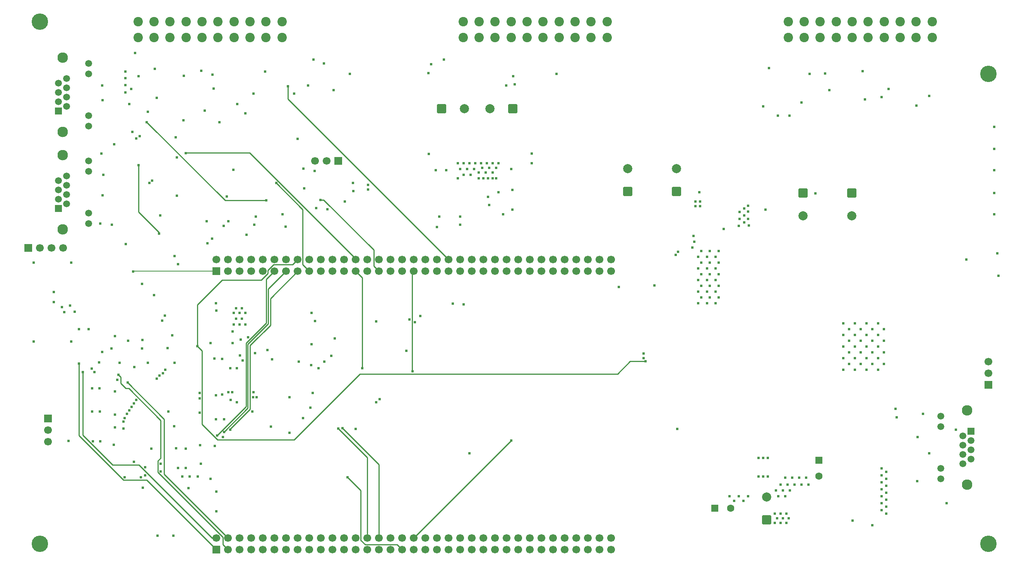
<source format=gbr>
%TF.GenerationSoftware,KiCad,Pcbnew,9.0.3*%
%TF.CreationDate,2025-10-14T12:15:04-07:00*%
%TF.ProjectId,VCU_v1,5643555f-7631-42e6-9b69-6361645f7063,rev?*%
%TF.SameCoordinates,Original*%
%TF.FileFunction,Copper,L4,Inr*%
%TF.FilePolarity,Positive*%
%FSLAX46Y46*%
G04 Gerber Fmt 4.6, Leading zero omitted, Abs format (unit mm)*
G04 Created by KiCad (PCBNEW 9.0.3) date 2025-10-14 12:15:04*
%MOMM*%
%LPD*%
G01*
G04 APERTURE LIST*
G04 Aperture macros list*
%AMRoundRect*
0 Rectangle with rounded corners*
0 $1 Rounding radius*
0 $2 $3 $4 $5 $6 $7 $8 $9 X,Y pos of 4 corners*
0 Add a 4 corners polygon primitive as box body*
4,1,4,$2,$3,$4,$5,$6,$7,$8,$9,$2,$3,0*
0 Add four circle primitives for the rounded corners*
1,1,$1+$1,$2,$3*
1,1,$1+$1,$4,$5*
1,1,$1+$1,$6,$7*
1,1,$1+$1,$8,$9*
0 Add four rect primitives between the rounded corners*
20,1,$1+$1,$2,$3,$4,$5,0*
20,1,$1+$1,$4,$5,$6,$7,0*
20,1,$1+$1,$6,$7,$8,$9,0*
20,1,$1+$1,$8,$9,$2,$3,0*%
G04 Aperture macros list end*
%TA.AperFunction,ComponentPad*%
%ADD10C,3.600000*%
%TD*%
%TA.AperFunction,ComponentPad*%
%ADD11R,1.500000X1.500000*%
%TD*%
%TA.AperFunction,ComponentPad*%
%ADD12C,1.500000*%
%TD*%
%TA.AperFunction,ComponentPad*%
%ADD13C,2.300000*%
%TD*%
%TA.AperFunction,ComponentPad*%
%ADD14RoundRect,0.250000X0.750000X0.750000X-0.750000X0.750000X-0.750000X-0.750000X0.750000X-0.750000X0*%
%TD*%
%TA.AperFunction,ComponentPad*%
%ADD15C,2.000000*%
%TD*%
%TA.AperFunction,ComponentPad*%
%ADD16RoundRect,0.250000X-0.550000X-0.550000X0.550000X-0.550000X0.550000X0.550000X-0.550000X0.550000X0*%
%TD*%
%TA.AperFunction,ComponentPad*%
%ADD17C,1.600000*%
%TD*%
%TA.AperFunction,ComponentPad*%
%ADD18RoundRect,0.250000X-0.550000X0.550000X-0.550000X-0.550000X0.550000X-0.550000X0.550000X0.550000X0*%
%TD*%
%TA.AperFunction,ComponentPad*%
%ADD19C,2.057400*%
%TD*%
%TA.AperFunction,ComponentPad*%
%ADD20R,1.700000X1.700000*%
%TD*%
%TA.AperFunction,ComponentPad*%
%ADD21C,1.700000*%
%TD*%
%TA.AperFunction,ComponentPad*%
%ADD22RoundRect,0.250000X-0.750000X-0.750000X0.750000X-0.750000X0.750000X0.750000X-0.750000X0.750000X0*%
%TD*%
%TA.AperFunction,ComponentPad*%
%ADD23RoundRect,0.250000X-0.750000X0.750000X-0.750000X-0.750000X0.750000X-0.750000X0.750000X0.750000X0*%
%TD*%
%TA.AperFunction,ComponentPad*%
%ADD24RoundRect,0.250000X0.750000X-0.750000X0.750000X0.750000X-0.750000X0.750000X-0.750000X-0.750000X0*%
%TD*%
%TA.AperFunction,ViaPad*%
%ADD25C,0.609600*%
%TD*%
%TA.AperFunction,Conductor*%
%ADD26C,0.254000*%
%TD*%
%TA.AperFunction,Conductor*%
%ADD27C,0.152400*%
%TD*%
G04 APERTURE END LIST*
D10*
%TO.N,unconnected-(H1-Pad1)*%
%TO.C,H1*%
X237490000Y-68580000D03*
%TD*%
D11*
%TO.N,/BRUHbus/CAN2_H*%
%TO.C,J8*%
X34040000Y-98050000D03*
D12*
%TO.N,/BRUHbus/CAN2_L*%
X35820000Y-97034000D03*
%TO.N,GND*%
X34040000Y-96018000D03*
%TO.N,+12V*%
X35820000Y-95002000D03*
X34040000Y-93986000D03*
%TO.N,GND*%
X35820000Y-92970000D03*
%TO.N,/BRUHbus/CAN2_L*%
X34040000Y-91954000D03*
%TO.N,/BRUHbus/CAN2_H*%
X35820000Y-90938000D03*
%TO.N,GND*%
X40640000Y-101350000D03*
%TO.N,Net-(J8-POWER_GOOD)*%
X40640000Y-99060000D03*
%TO.N,GND*%
X40640000Y-89920000D03*
%TO.N,Net-(J8-CAN_IND)*%
X40640000Y-87630000D03*
D13*
%TO.N,Net-(J8-SHIELD)*%
X34930000Y-102620000D03*
X34930000Y-86360000D03*
%TD*%
D11*
%TO.N,/BRUHbus/CAN1_H*%
%TO.C,J7*%
X34036000Y-76708000D03*
D12*
%TO.N,/BRUHbus/CAN1_L*%
X35816000Y-75692000D03*
%TO.N,GND*%
X34036000Y-74676000D03*
%TO.N,+12V*%
X35816000Y-73660000D03*
X34036000Y-72644000D03*
%TO.N,GND*%
X35816000Y-71628000D03*
%TO.N,/BRUHbus/CAN1_L*%
X34036000Y-70612000D03*
%TO.N,/BRUHbus/CAN1_H*%
X35816000Y-69596000D03*
%TO.N,GND*%
X40636000Y-80008000D03*
%TO.N,Net-(J7-POWER_GOOD)*%
X40636000Y-77718000D03*
%TO.N,GND*%
X40636000Y-68578000D03*
%TO.N,Net-(J7-CAN_IND)*%
X40636000Y-66288000D03*
D13*
%TO.N,Net-(J7-SHIELD)*%
X34926000Y-81278000D03*
X34926000Y-65018000D03*
%TD*%
D14*
%TO.N,+12V*%
%TO.C,C65*%
X133431677Y-76224001D03*
D15*
%TO.N,GND*%
X128431677Y-76224001D03*
%TD*%
D16*
%TO.N,+5V*%
%TO.C,C11*%
X177602000Y-163660000D03*
D17*
%TO.N,GND*%
X181102000Y-163660000D03*
%TD*%
D18*
%TO.N,+12V*%
%TO.C,C2*%
X200406000Y-153117349D03*
D17*
%TO.N,GND*%
X200406000Y-156617349D03*
%TD*%
D19*
%TO.N,/Connector-Root/APPS1-SIG*%
%TO.C,U6*%
X82950010Y-60626001D03*
%TO.N,unconnected-(U6-Pad2)*%
X79450009Y-60626001D03*
%TO.N,/Connector-Root/APPS2-SIG*%
X75950008Y-60626001D03*
%TO.N,unconnected-(U6-Pad4)*%
X72450005Y-60626001D03*
%TO.N,/Connector-Root/BSE-SIG*%
X68950005Y-60626001D03*
%TO.N,unconnected-(U6-Pad6)*%
X65450004Y-60626001D03*
%TO.N,/STM32-Root/STM32H723ZGT6/PG4*%
X61950003Y-60626001D03*
%TO.N,+4.8V*%
X58450003Y-60626001D03*
X54950002Y-60626001D03*
X51450001Y-60626001D03*
%TO.N,/BRUHbus/CAN1_L*%
X82950010Y-57125999D03*
%TO.N,/BRUHbus/CAN1_H*%
X79450009Y-57125999D03*
%TO.N,/Connector-Root/RTD_BTN+*%
X75950008Y-57125999D03*
%TO.N,/Connector-Root/RTD_BTN-*%
X72450005Y-57125999D03*
%TO.N,/Connector-Root/PRECHARGE_BTN+*%
X68950005Y-57125999D03*
%TO.N,/Connector-Root/PRECHARGE_BTN-*%
X65450004Y-57125999D03*
%TO.N,/STM32-Root/STM32H723ZGT6/PB15*%
X61950003Y-57125999D03*
%TO.N,GND*%
X58450003Y-57125999D03*
X54950002Y-57125999D03*
X51450001Y-57125999D03*
%TD*%
%TO.N,/Connector-Root/Vin+*%
%TO.C,U7*%
X154070010Y-60626001D03*
%TO.N,/STM32-Root/STM32H723ZGT6/PG14*%
X150570009Y-60626001D03*
%TO.N,/STM32-Root/STM32H723ZGT6/PG12*%
X147070008Y-60626001D03*
%TO.N,/STM32-Root/STM32H723ZGT6/PG9*%
X143570005Y-60626001D03*
%TO.N,/STM32-Root/STM32H723ZGT6/PG5*%
X140070005Y-60626001D03*
%TO.N,/Connector-Root/BSPD-FAULT*%
X136570004Y-60626001D03*
%TO.N,/Connector-Root/IMD-FAULT*%
X133070003Y-60626001D03*
%TO.N,/Connector-Root/BMS-FAULT*%
X129570003Y-60626001D03*
%TO.N,/Connector-Root/SPEAKER-*%
X126070002Y-60626001D03*
%TO.N,/Connector-Root/SPEAKER+*%
X122570001Y-60626001D03*
%TO.N,GND*%
X154070010Y-57125999D03*
%TO.N,/STM32-Root/STM32H723ZGT6/PG15*%
X150570009Y-57125999D03*
%TO.N,/STM32-Root/STM32H723ZGT6/PG13*%
X147070008Y-57125999D03*
%TO.N,/STM32-Root/STM32H723ZGT6/PG11*%
X143570005Y-57125999D03*
%TO.N,/STM32-Root/STM32H723ZGT6/PG10*%
X140070005Y-57125999D03*
%TO.N,/STM32-Root/STM32H723ZGT6/PG8*%
X136570004Y-57125999D03*
%TO.N,/STM32-Root/STM32H723ZGT6/PG7*%
X133070003Y-57125999D03*
%TO.N,/STM32-Root/STM32H723ZGT6/PG6*%
X129570003Y-57125999D03*
%TO.N,/STM32-Root/STM32H723ZGT6/PE10*%
X126070002Y-57125999D03*
%TO.N,/STM32-Root/STM32H723ZGT6/PE11*%
X122570001Y-57125999D03*
%TD*%
D20*
%TO.N,unconnected-(JP3-A-Pad1)*%
%TO.C,JP3*%
X237490000Y-136652000D03*
D21*
%TO.N,Net-(JP3-C)*%
X237490000Y-134112000D03*
%TO.N,/BRUHbus/CAN2_L*%
X237490000Y-131572000D03*
%TD*%
D22*
%TO.N,+12V*%
%TO.C,C66*%
X117843677Y-76224001D03*
D15*
%TO.N,GND*%
X122843677Y-76224001D03*
%TD*%
D20*
%TO.N,+3.3V*%
%TO.C,JP1*%
X31750000Y-144018000D03*
D21*
%TO.N,Net-(JP1-C)*%
X31750000Y-146558000D03*
%TO.N,GND*%
X31750000Y-149098000D03*
%TD*%
D20*
%TO.N,+3.3V*%
%TO.C,J1*%
X27432000Y-106680000D03*
D21*
%TO.N,/STM32-Root/STM32H723ZGT6/PA14*%
X29972000Y-106680000D03*
%TO.N,GND*%
X32512000Y-106680000D03*
%TO.N,/STM32-Root/STM32H723ZGT6/PA13*%
X35052000Y-106680000D03*
%TD*%
D23*
%TO.N,+3.3V*%
%TO.C,C53*%
X196957990Y-94673678D03*
D15*
%TO.N,GND*%
X196957990Y-99673678D03*
%TD*%
D11*
%TO.N,/BRUHbus/CAN2_H*%
%TO.C,J6*%
X233680000Y-146808000D03*
D12*
%TO.N,/BRUHbus/CAN2_L*%
X231900000Y-147824000D03*
%TO.N,unconnected-(J6--Vs-Pad3)*%
X233680000Y-148840000D03*
%TO.N,Net-(J6-+Vs-Pad4)*%
X231900000Y-149856000D03*
X233680000Y-150872000D03*
%TO.N,unconnected-(J6--Vs-Pad6)*%
X231900000Y-151888000D03*
%TO.N,/BRUHbus/CAN2_L*%
X233680000Y-152904000D03*
%TO.N,/BRUHbus/CAN2_H*%
X231900000Y-153920000D03*
%TO.N,GND*%
X227080000Y-143508000D03*
%TO.N,Net-(J6-POWER_GOOD)*%
X227080000Y-145798000D03*
%TO.N,GND*%
X227080000Y-154938000D03*
%TO.N,Net-(J6-CAN_IND)*%
X227080000Y-157228000D03*
D13*
%TO.N,Net-(J6-SHIELD)*%
X232790000Y-142238000D03*
X232790000Y-158498000D03*
%TD*%
D20*
%TO.N,unconnected-(JP2-A-Pad1)*%
%TO.C,JP2*%
X95250000Y-87630000D03*
D21*
%TO.N,Net-(JP2-C)*%
X92710000Y-87630000D03*
%TO.N,/BRUHbus/CAN1_L*%
X90170000Y-87630000D03*
%TD*%
D24*
%TO.N,+3.3V*%
%TO.C,C76*%
X158603990Y-94339678D03*
D15*
%TO.N,GND*%
X158603990Y-89339678D03*
%TD*%
D10*
%TO.N,unconnected-(H2-Pad1)_1*%
%TO.C,H2*%
X29972000Y-57150000D03*
%TD*%
D20*
%TO.N,/STM32-Root/STM32H723ZGT6/PC9*%
%TO.C,J3*%
X68580000Y-111760000D03*
D21*
%TO.N,unconnected-(J3-Pin_2-Pad2)*%
X68580000Y-109220000D03*
%TO.N,unconnected-(J3-Pin_3-Pad3)*%
X71120000Y-111760000D03*
%TO.N,unconnected-(J3-Pin_4-Pad4)*%
X71120000Y-109220000D03*
%TO.N,unconnected-(J3-Pin_5-Pad5)*%
X73660000Y-111760000D03*
%TO.N,unconnected-(J3-Pin_6-Pad6)*%
X73660000Y-109220000D03*
%TO.N,unconnected-(J3-Pin_7-Pad7)*%
X76200000Y-111760000D03*
%TO.N,unconnected-(J3-Pin_8-Pad8)*%
X76200000Y-109220000D03*
%TO.N,GND*%
X78740000Y-111760000D03*
%TO.N,unconnected-(J3-Pin_10-Pad10)*%
X78740000Y-109220000D03*
%TO.N,/STM32-Root/STM32H723ZGT6/PA5*%
X81280000Y-111760000D03*
%TO.N,unconnected-(J3-Pin_12-Pad12)*%
X81280000Y-109220000D03*
%TO.N,/STM32-Root/STM32H723ZGT6/PA6*%
X83820000Y-111760000D03*
%TO.N,unconnected-(J3-Pin_14-Pad14)*%
X83820000Y-109220000D03*
%TO.N,/STM32-Root/STM32H723ZGT6/PA7*%
X86360000Y-111760000D03*
%TO.N,/STM32-Root/STM32H723ZGT6/PB12*%
X86360000Y-109220000D03*
%TO.N,/STM32-Root/STM32H723ZGT6/PB6*%
X88900000Y-111760000D03*
%TO.N,unconnected-(J3-Pin_18-Pad18)*%
X88900000Y-109220000D03*
%TO.N,unconnected-(J3-Pin_19-Pad19)*%
X91440000Y-111760000D03*
%TO.N,GND*%
X91440000Y-109220000D03*
%TO.N,unconnected-(J3-Pin_21-Pad21)*%
X93980000Y-111760000D03*
%TO.N,unconnected-(J3-Pin_22-Pad22)*%
X93980000Y-109220000D03*
%TO.N,unconnected-(J3-Pin_23-Pad23)*%
X96520000Y-111760000D03*
%TO.N,unconnected-(J3-Pin_24-Pad24)*%
X96520000Y-109220000D03*
%TO.N,/STM32-Root/STM32H723ZGT6/PB10*%
X99060000Y-111760000D03*
%TO.N,/STM32-Root/STM32H723ZGT6/PB15*%
X99060000Y-109220000D03*
%TO.N,unconnected-(J3-Pin_27-Pad27)*%
X101600000Y-111760000D03*
%TO.N,unconnected-(J3-Pin_28-Pad28)*%
X101600000Y-109220000D03*
%TO.N,/STM32-Root/STM32H723ZGT6/PB5*%
X104140000Y-111760000D03*
%TO.N,/STM32-Root/STM32H723ZGT6/PB13*%
X104140000Y-109220000D03*
%TO.N,unconnected-(J3-Pin_31-Pad31)*%
X106680000Y-111760000D03*
%TO.N,GND*%
X106680000Y-109220000D03*
%TO.N,unconnected-(J3-Pin_33-Pad33)*%
X109220000Y-111760000D03*
%TO.N,unconnected-(J3-Pin_34-Pad34)*%
X109220000Y-109220000D03*
%TO.N,/STM32-Root/STM32H723ZGT6/PA2*%
X111760000Y-111760000D03*
%TO.N,unconnected-(J3-Pin_36-Pad36)*%
X111760000Y-109220000D03*
%TO.N,unconnected-(J3-Pin_37-Pad37)*%
X114300000Y-111760000D03*
%TO.N,unconnected-(J3-Pin_38-Pad38)*%
X114300000Y-109220000D03*
%TO.N,GND*%
X116840000Y-111760000D03*
%TO.N,/STM32-Root/STM32H723ZGT6/PE8*%
X116840000Y-109220000D03*
%TO.N,unconnected-(J3-Pin_41-Pad41)*%
X119380000Y-111760000D03*
%TO.N,/STM32-Root/STM32H723ZGT6/PF10*%
X119380000Y-109220000D03*
%TO.N,unconnected-(J3-Pin_43-Pad43)*%
X121920000Y-111760000D03*
%TO.N,/STM32-Root/STM32H723ZGT6/PE7*%
X121920000Y-109220000D03*
%TO.N,unconnected-(J3-Pin_45-Pad45)*%
X124460000Y-111760000D03*
%TO.N,unconnected-(J3-Pin_46-Pad46)*%
X124460000Y-109220000D03*
%TO.N,unconnected-(J3-Pin_47-Pad47)*%
X127000000Y-111760000D03*
%TO.N,unconnected-(J3-Pin_48-Pad48)*%
X127000000Y-109220000D03*
%TO.N,unconnected-(J3-Pin_49-Pad49)*%
X129540000Y-111760000D03*
%TO.N,/STM32-Root/STM32H723ZGT6/PF14*%
X129540000Y-109220000D03*
%TO.N,unconnected-(J3-Pin_51-Pad51)*%
X132080000Y-111760000D03*
%TO.N,/STM32-Root/STM32H723ZGT6/PE9*%
X132080000Y-109220000D03*
%TO.N,unconnected-(J3-Pin_53-Pad53)*%
X134620000Y-111760000D03*
%TO.N,GND*%
X134620000Y-109220000D03*
%TO.N,unconnected-(J3-Pin_55-Pad55)*%
X137160000Y-111760000D03*
%TO.N,unconnected-(J3-Pin_56-Pad56)*%
X137160000Y-109220000D03*
%TO.N,unconnected-(J3-Pin_57-Pad57)*%
X139700000Y-111760000D03*
%TO.N,unconnected-(J3-Pin_58-Pad58)*%
X139700000Y-109220000D03*
%TO.N,unconnected-(J3-Pin_59-Pad59)*%
X142240000Y-111760000D03*
%TO.N,/STM32-Root/STM32H723ZGT6/PF15*%
X142240000Y-109220000D03*
%TO.N,unconnected-(J3-Pin_61-Pad61)*%
X144780000Y-111760000D03*
%TO.N,unconnected-(J3-Pin_62-Pad62)*%
X144780000Y-109220000D03*
%TO.N,GND*%
X147320000Y-111760000D03*
%TO.N,unconnected-(J3-Pin_64-Pad64)*%
X147320000Y-109220000D03*
%TO.N,unconnected-(J3-Pin_65-Pad65)*%
X149860000Y-111760000D03*
%TO.N,unconnected-(J3-Pin_66-Pad66)*%
X149860000Y-109220000D03*
%TO.N,unconnected-(J3-Pin_67-Pad67)*%
X152400000Y-111760000D03*
%TO.N,unconnected-(J3-Pin_68-Pad68)*%
X152400000Y-109220000D03*
%TO.N,unconnected-(J3-Pin_69-Pad69)*%
X154940000Y-111760000D03*
%TO.N,unconnected-(J3-Pin_70-Pad70)*%
X154940000Y-109220000D03*
%TD*%
D10*
%TO.N,unconnected-(H3-Pad1)_1*%
%TO.C,H3*%
X237490000Y-171450000D03*
%TD*%
D23*
%TO.N,Net-(U14-LDOO)*%
%TO.C,C61*%
X207625990Y-94673678D03*
D15*
%TO.N,GND*%
X207625990Y-99673678D03*
%TD*%
D10*
%TO.N,unconnected-(H4-Pad1)_2*%
%TO.C,H4*%
X29972000Y-171450000D03*
%TD*%
D24*
%TO.N,+5V*%
%TO.C,C13*%
X188976000Y-166200000D03*
D15*
%TO.N,GND*%
X188976000Y-161200000D03*
%TD*%
D24*
%TO.N,+3.3V*%
%TO.C,C80*%
X169271990Y-94339678D03*
D15*
%TO.N,GND*%
X169271990Y-89339678D03*
%TD*%
D19*
%TO.N,unconnected-(U8-Pad1)*%
%TO.C,U8*%
X225190010Y-60626001D03*
%TO.N,unconnected-(U8-Pad2)*%
X221690009Y-60626001D03*
%TO.N,/Connector-Root/GEN_BTN1+*%
X218190008Y-60626001D03*
%TO.N,/Connector-Root/GEN_BTN2+*%
X214690005Y-60626001D03*
%TO.N,/STM32-Root/STM32H723ZGT6/PG2*%
X211190005Y-60626001D03*
%TO.N,/STM32-Root/STM32H723ZGT6/PG3*%
X207690004Y-60626001D03*
%TO.N,/Connector-Root/BRAKE_LIGHT*%
X204190003Y-60626001D03*
%TO.N,/Connector-Root/BSPD_FAULT+*%
X200690003Y-60626001D03*
%TO.N,/Connector-Root/IMD_FAULT+*%
X197190002Y-60626001D03*
%TO.N,/Connector-Root/BMS_FAULT+*%
X193690001Y-60626001D03*
%TO.N,unconnected-(U8-Pad11)*%
X225190010Y-57125999D03*
%TO.N,unconnected-(U8-Pad12)*%
X221690009Y-57125999D03*
%TO.N,/Connector-Root/GEN_BTN1-*%
X218190008Y-57125999D03*
%TO.N,/Connector-Root/GEN_BTN2-*%
X214690005Y-57125999D03*
%TO.N,/STM32-Root/STM32H723ZGT6/PA2*%
X211190005Y-57125999D03*
%TO.N,/STM32-Root/STM32H723ZGT6/PA1*%
X207690004Y-57125999D03*
%TO.N,/STM32-Root/STM32H723ZGT6/PA0*%
X204190003Y-57125999D03*
%TO.N,GND*%
X200690003Y-57125999D03*
X197190002Y-57125999D03*
X193690001Y-57125999D03*
%TD*%
D20*
%TO.N,/STM32-Root/STM32H723ZGT6/PC10*%
%TO.C,J2*%
X68580000Y-172720000D03*
D21*
%TO.N,/STM32-Root/STM32H723ZGT6/PC11*%
X68580000Y-170180000D03*
%TO.N,/STM32-Root/STM32H723ZGT6/PC12*%
X71120000Y-172720000D03*
%TO.N,/STM32-Root/STM32H723ZGT6/PD2*%
X71120000Y-170180000D03*
%TO.N,unconnected-(J2-Pin_5-Pad5)*%
X73660000Y-172720000D03*
%TO.N,+5V*%
X73660000Y-170180000D03*
%TO.N,unconnected-(J2-Pin_7-Pad7)*%
X76200000Y-172720000D03*
%TO.N,GND*%
X76200000Y-170180000D03*
%TO.N,unconnected-(J2-Pin_9-Pad9)*%
X78740000Y-172720000D03*
%TO.N,unconnected-(J2-Pin_10-Pad10)*%
X78740000Y-170180000D03*
%TO.N,unconnected-(J2-Pin_11-Pad11)*%
X81280000Y-172720000D03*
%TO.N,unconnected-(J2-Pin_12-Pad12)*%
X81280000Y-170180000D03*
%TO.N,unconnected-(J2-Pin_13-Pad13)*%
X83820000Y-172720000D03*
%TO.N,unconnected-(J2-Pin_14-Pad14)*%
X83820000Y-170180000D03*
%TO.N,unconnected-(J2-Pin_15-Pad15)*%
X86360000Y-172720000D03*
%TO.N,unconnected-(J2-Pin_16-Pad16)*%
X86360000Y-170180000D03*
%TO.N,unconnected-(J2-Pin_17-Pad17)*%
X88900000Y-172720000D03*
%TO.N,unconnected-(J2-Pin_18-Pad18)*%
X88900000Y-170180000D03*
%TO.N,GND*%
X91440000Y-172720000D03*
X91440000Y-170180000D03*
%TO.N,unconnected-(J2-Pin_21-Pad21)*%
X93980000Y-172720000D03*
%TO.N,GND*%
X93980000Y-170180000D03*
%TO.N,unconnected-(J2-Pin_23-Pad23)*%
X96520000Y-172720000D03*
%TO.N,unconnected-(J2-Pin_24-Pad24)*%
X96520000Y-170180000D03*
%TO.N,unconnected-(J2-Pin_25-Pad25)*%
X99060000Y-172720000D03*
%TO.N,unconnected-(J2-Pin_26-Pad26)*%
X99060000Y-170180000D03*
%TO.N,unconnected-(J2-Pin_27-Pad27)*%
X101600000Y-172720000D03*
%TO.N,/STM32-Root/STM32H723ZGT6/PA0*%
X101600000Y-170180000D03*
%TO.N,unconnected-(J2-Pin_29-Pad29)*%
X104140000Y-172720000D03*
%TO.N,/STM32-Root/STM32H723ZGT6/PA1*%
X104140000Y-170180000D03*
%TO.N,unconnected-(J2-Pin_31-Pad31)*%
X106680000Y-172720000D03*
%TO.N,unconnected-(J2-Pin_32-Pad32)*%
X106680000Y-170180000D03*
%TO.N,/STM32-Root/STM32H723ZGT6/VBAT*%
X109220000Y-172720000D03*
%TO.N,unconnected-(J2-Pin_34-Pad34)*%
X109220000Y-170180000D03*
%TO.N,/STM32-Root/STM32H723ZGT6/PC2*%
X111760000Y-172720000D03*
%TO.N,/STM32-Root/STM32H723ZGT6/PC1*%
X111760000Y-170180000D03*
%TO.N,unconnected-(J2-Pin_37-Pad37)*%
X114300000Y-172720000D03*
%TO.N,unconnected-(J2-Pin_38-Pad38)*%
X114300000Y-170180000D03*
%TO.N,unconnected-(J2-Pin_39-Pad39)*%
X116840000Y-172720000D03*
%TO.N,unconnected-(J2-Pin_40-Pad40)*%
X116840000Y-170180000D03*
%TO.N,unconnected-(J2-Pin_41-Pad41)*%
X119380000Y-172720000D03*
%TO.N,unconnected-(J2-Pin_42-Pad42)*%
X119380000Y-170180000D03*
%TO.N,unconnected-(J2-Pin_43-Pad43)*%
X121920000Y-172720000D03*
%TO.N,unconnected-(J2-Pin_44-Pad44)*%
X121920000Y-170180000D03*
%TO.N,unconnected-(J2-Pin_45-Pad45)*%
X124460000Y-172720000D03*
%TO.N,unconnected-(J2-Pin_46-Pad46)*%
X124460000Y-170180000D03*
%TO.N,unconnected-(J2-Pin_47-Pad47)*%
X127000000Y-172720000D03*
%TO.N,unconnected-(J2-Pin_48-Pad48)*%
X127000000Y-170180000D03*
%TO.N,GND*%
X129540000Y-172720000D03*
%TO.N,unconnected-(J2-Pin_50-Pad50)*%
X129540000Y-170180000D03*
%TO.N,unconnected-(J2-Pin_51-Pad51)*%
X132080000Y-172720000D03*
%TO.N,unconnected-(J2-Pin_52-Pad52)*%
X132080000Y-170180000D03*
%TO.N,unconnected-(J2-Pin_53-Pad53)*%
X134620000Y-172720000D03*
%TO.N,/STM32-Root/STM32H723ZGT6/PF8*%
X134620000Y-170180000D03*
%TO.N,/STM32-Root/STM32H723ZGT6/PD1*%
X137160000Y-172720000D03*
%TO.N,unconnected-(J2-Pin_56-Pad56)*%
X137160000Y-170180000D03*
%TO.N,/STM32-Root/STM32H723ZGT6/PD0*%
X139700000Y-172720000D03*
%TO.N,unconnected-(J2-Pin_58-Pad58)*%
X139700000Y-170180000D03*
%TO.N,unconnected-(J2-Pin_59-Pad59)*%
X142240000Y-172720000D03*
%TO.N,GND*%
X142240000Y-170180000D03*
%TO.N,unconnected-(J2-Pin_61-Pad61)*%
X144780000Y-172720000D03*
%TO.N,unconnected-(J2-Pin_62-Pad62)*%
X144780000Y-170180000D03*
%TO.N,unconnected-(J2-Pin_63-Pad63)*%
X147320000Y-172720000D03*
%TO.N,unconnected-(J2-Pin_64-Pad64)*%
X147320000Y-170180000D03*
%TO.N,unconnected-(J2-Pin_65-Pad65)*%
X149860000Y-172720000D03*
%TO.N,unconnected-(J2-Pin_66-Pad66)*%
X149860000Y-170180000D03*
%TO.N,unconnected-(J2-Pin_67-Pad67)*%
X152400000Y-172720000D03*
%TO.N,unconnected-(J2-Pin_68-Pad68)*%
X152400000Y-170180000D03*
%TO.N,unconnected-(J2-Pin_69-Pad69)*%
X154940000Y-172720000D03*
%TO.N,unconnected-(J2-Pin_70-Pad70)*%
X154940000Y-170180000D03*
%TD*%
D25*
%TO.N,/STM32-Root/STM32H723ZGT6/VBAT*%
X97282000Y-156845000D03*
%TO.N,GND*%
X28575000Y-127127000D03*
X187198000Y-152654000D03*
X191008000Y-159766000D03*
X69215000Y-79121000D03*
X49530000Y-75184000D03*
X187198000Y-156718000D03*
X70866000Y-95377000D03*
X121412000Y-91440000D03*
X131318000Y-99314000D03*
X174371000Y-96520000D03*
X125222000Y-88138000D03*
X46355000Y-138049000D03*
X128270000Y-97282000D03*
X133858000Y-70866000D03*
X89662000Y-138430000D03*
X193040000Y-156972000D03*
X193040000Y-161036000D03*
X238760000Y-89662000D03*
X46432800Y-143129000D03*
X97790000Y-68580000D03*
X58928000Y-125780800D03*
X192024000Y-158496000D03*
X238760000Y-80137000D03*
X92202000Y-131572000D03*
X184023000Y-99568000D03*
X126746000Y-89154000D03*
X61849000Y-150622000D03*
X195072000Y-158496000D03*
X62738000Y-156718000D03*
X114977505Y-68418001D03*
X210464400Y-74168000D03*
X118872000Y-89662000D03*
X207772000Y-166370000D03*
X188214000Y-156718000D03*
X54356000Y-150622000D03*
X238760000Y-94615000D03*
X64897000Y-142748000D03*
X90170000Y-122682000D03*
X89789000Y-65405000D03*
X94488000Y-126492000D03*
X196596000Y-158496000D03*
X52425100Y-126797900D03*
X71628000Y-133019800D03*
X28575000Y-109855000D03*
X36830000Y-109855000D03*
X228346000Y-162560000D03*
X80518000Y-145796000D03*
X133350000Y-98298000D03*
X33020000Y-116332000D03*
X183007000Y-100330000D03*
X238760000Y-84963000D03*
X174371000Y-97536000D03*
X115570000Y-66421000D03*
X183007000Y-98806000D03*
X133096000Y-89408000D03*
X65024000Y-149885400D03*
X181864000Y-162052000D03*
X53594000Y-131848501D03*
X41529000Y-148971000D03*
X180848000Y-161036000D03*
X98425000Y-92456000D03*
X184912000Y-100330000D03*
X128270000Y-89154000D03*
X94234000Y-72136000D03*
X128016000Y-91440000D03*
X43434000Y-85979000D03*
X129032000Y-91440000D03*
X193548000Y-158496000D03*
X52959000Y-156464000D03*
X188214000Y-152654000D03*
X67691800Y-68707000D03*
X182880000Y-101854000D03*
X71223617Y-138262199D03*
X41402000Y-137414000D03*
X68453000Y-118745000D03*
X68580000Y-120396000D03*
X127508000Y-90170000D03*
X84579389Y-147114391D03*
X69850000Y-130937000D03*
X70231000Y-144145000D03*
X50800000Y-64008000D03*
X67310000Y-157226000D03*
X121412000Y-88138000D03*
X93726000Y-130302000D03*
X126492000Y-88138000D03*
X129794000Y-91440000D03*
X217424000Y-143764000D03*
X127762000Y-88138000D03*
X59690000Y-82423000D03*
X194056000Y-159766000D03*
X184912000Y-97409000D03*
X48514000Y-156845000D03*
X122682000Y-88138000D03*
X59436000Y-131826000D03*
X59167300Y-169672000D03*
X196088000Y-156972000D03*
X48768000Y-105824000D03*
X56388000Y-155575000D03*
X197612000Y-156972000D03*
X128016000Y-95504000D03*
X133350000Y-93980000D03*
X87503000Y-143891000D03*
X52070000Y-156845000D03*
X130302000Y-94488000D03*
X125984000Y-91440000D03*
X68580000Y-164338000D03*
X238760000Y-99314000D03*
X193937611Y-77724000D03*
X223139000Y-143002000D03*
X52451000Y-159131000D03*
X212090000Y-167386000D03*
X49276000Y-127000000D03*
X129032000Y-90170000D03*
X67945000Y-71755000D03*
X69977000Y-148082000D03*
X189230000Y-156718000D03*
X124206000Y-90678000D03*
X41402000Y-142494000D03*
X184912000Y-98679000D03*
X86360000Y-82804000D03*
X209931000Y-67945000D03*
X129032000Y-88138000D03*
X121920000Y-101600000D03*
X121920000Y-89408000D03*
X64516000Y-156718000D03*
X221742000Y-75539600D03*
X51816000Y-82169000D03*
X184023000Y-101092000D03*
X68580000Y-160020000D03*
X185039000Y-101727000D03*
X123952000Y-151638000D03*
X51054000Y-82677000D03*
X191516000Y-161036000D03*
X88646000Y-71120000D03*
X67310000Y-127508000D03*
X188214000Y-75692000D03*
X43180000Y-101346000D03*
X182880000Y-161036000D03*
X137541000Y-88138000D03*
X89154000Y-141605000D03*
X66421000Y-100838000D03*
X192532000Y-159766000D03*
X118364000Y-65405000D03*
X173355000Y-97536000D03*
X47371000Y-131826000D03*
X87757000Y-93599000D03*
X172974000Y-104013000D03*
X173355000Y-96520000D03*
X184912000Y-161036000D03*
X127000000Y-91440000D03*
X46355000Y-125984000D03*
X239649000Y-112776000D03*
X46228000Y-83947000D03*
X198120000Y-158496000D03*
X51562000Y-69088000D03*
X123444000Y-89408000D03*
X129794000Y-89154000D03*
X45720000Y-101600000D03*
X62484000Y-159258000D03*
X125984000Y-90170000D03*
X36830000Y-127127000D03*
X194564000Y-156972000D03*
X133477000Y-69088000D03*
X121920000Y-99822000D03*
X184023000Y-98044000D03*
X130302000Y-88138000D03*
X77216000Y-99822000D03*
X191389000Y-77724000D03*
X123952000Y-88138000D03*
X79248000Y-68072000D03*
X131953000Y-71109250D03*
X36233200Y-148905700D03*
X76708000Y-72898000D03*
X55667300Y-169672000D03*
X221869000Y-157734000D03*
X61468000Y-68961000D03*
X64897000Y-138430000D03*
X189230000Y-152654000D03*
X86614000Y-131572000D03*
X196596000Y-74803000D03*
X239456146Y-107893951D03*
X116586000Y-89662000D03*
X92075000Y-66294000D03*
X73152000Y-75184000D03*
X61341000Y-78740000D03*
X50165000Y-81280000D03*
X124968000Y-89408000D03*
X61087000Y-156718000D03*
X50513300Y-153508357D03*
X183896000Y-162052000D03*
X122682000Y-90678000D03*
%TO.N,+5V*%
X193802000Y-165862000D03*
X49911000Y-71882000D03*
X192024000Y-166878000D03*
X191262000Y-165862000D03*
X53594000Y-76835000D03*
X48641000Y-70993000D03*
X48641000Y-68072000D03*
X72263000Y-89535000D03*
X85598000Y-72898000D03*
X48641000Y-72644000D03*
X72136000Y-127508000D03*
X48641000Y-69469000D03*
X190754000Y-164846000D03*
X192024000Y-164846000D03*
X74930000Y-77216000D03*
X90043000Y-89789000D03*
X193294000Y-166878000D03*
X192532000Y-165862000D03*
X72136000Y-124968000D03*
X193294000Y-164846000D03*
X190754000Y-166878000D03*
%TO.N,+3.3V*%
X73660000Y-120904000D03*
X76638583Y-139325601D03*
X68148200Y-130911600D03*
X75184000Y-103759000D03*
X72898000Y-122174000D03*
X174625000Y-117475000D03*
X176530000Y-109855000D03*
X178435000Y-109855000D03*
X175895000Y-118745000D03*
X173990000Y-113665000D03*
X65151000Y-153924000D03*
X43021001Y-137414000D03*
X188722000Y-98298000D03*
X74168000Y-122174000D03*
X173990000Y-108585000D03*
X175895000Y-113665000D03*
X46101000Y-149733000D03*
X178435000Y-117475000D03*
X177800000Y-111125000D03*
X179578000Y-102565200D03*
X176530000Y-114935000D03*
X76835000Y-101600000D03*
X175895000Y-111125000D03*
X224536000Y-73406000D03*
X174625000Y-114935000D03*
X176530000Y-112395000D03*
X52959000Y-154686000D03*
X73660000Y-123444000D03*
X72390000Y-120904000D03*
X177800000Y-116205000D03*
X173990000Y-111125000D03*
X199644000Y-94742000D03*
X74168000Y-119888000D03*
X55118000Y-67437000D03*
X202692000Y-72136000D03*
X72390000Y-123444000D03*
X59944000Y-95250000D03*
X175895000Y-116205000D03*
X178435000Y-114935000D03*
X65235557Y-67868109D03*
X72898000Y-119888000D03*
X176530000Y-117475000D03*
X173990000Y-116205000D03*
X66040000Y-76581000D03*
X174244000Y-94488000D03*
X60198000Y-154813000D03*
X69850000Y-138740400D03*
X43053000Y-142494000D03*
X56388000Y-153924000D03*
X68199000Y-149987000D03*
X77025500Y-129730500D03*
X61913647Y-154829710D03*
X174625000Y-112395000D03*
X173990000Y-118745000D03*
X174625000Y-107315000D03*
X98552000Y-94234000D03*
X57912000Y-128625600D03*
X214122000Y-73660000D03*
X177800000Y-118745000D03*
X43180000Y-148971000D03*
X74930000Y-123444000D03*
X174625000Y-109855000D03*
X68509299Y-144145000D03*
X177800000Y-108585000D03*
X178435000Y-107315000D03*
X45593000Y-128651000D03*
X96647000Y-96520000D03*
X52324000Y-128676400D03*
X215646000Y-71882000D03*
X74930000Y-120904000D03*
X77368400Y-139325600D03*
X178435000Y-112395000D03*
X175895000Y-108585000D03*
X176530000Y-107315000D03*
X177800000Y-113665000D03*
X55499000Y-73787000D03*
X33020000Y-118491000D03*
%TO.N,/STM32-Root/STM32H723ZGT6/PC2*%
X59361800Y-145721800D03*
%TO.N,/STM32-Root/STM32H723ZGT6/PF10*%
X84221501Y-71267501D03*
%TO.N,/STM32-Root/STM32H723ZGT6/PF8*%
X58039000Y-142494000D03*
%TO.N,/STM32-Root/STM32H723ZGT6/PF14*%
X59451850Y-108458000D03*
X53941515Y-92484150D03*
X75532908Y-126205908D03*
%TO.N,/STM32-Root/STM32H723ZGT6/PF15*%
X120269000Y-118900867D03*
X60213633Y-110236000D03*
X122682000Y-118999000D03*
X54480333Y-91945333D03*
X73914000Y-126746000D03*
%TO.N,/STM32-Root/STM32H723ZGT6/PG0*%
X73082400Y-140494000D03*
X103554442Y-140486042D03*
%TO.N,/STM32-Root/STM32H723ZGT6/PG1*%
X104343200Y-139801600D03*
X71678800Y-139909800D03*
%TO.N,/STM32-Root/STM32H723ZGT6/PA14*%
X42926000Y-131699000D03*
%TO.N,/STM32-Root/STM32H723ZGT6/PA13*%
X43624500Y-129476500D03*
%TO.N,/STM32-Root/STM32H723ZGT6/PA0*%
X95250000Y-146177000D03*
%TO.N,/STM32-Root/STM32H723ZGT6/PG2*%
X57302400Y-121513600D03*
X169062400Y-108204000D03*
X66598800Y-105664000D03*
%TO.N,/STM32-Root/STM32H723ZGT6/PC12*%
X47117000Y-134443800D03*
%TO.N,/STM32-Root/STM32H723ZGT6/PG11*%
X50038000Y-141478000D03*
%TO.N,/STM32-Root/STM32H723ZGT6/PG15*%
X48236333Y-144699723D03*
%TO.N,/STM32-Root/STM32H723ZGT6/PG10*%
X50546000Y-140716000D03*
%TO.N,/STM32-Root/STM32H723ZGT6/PG13*%
X49022000Y-143002000D03*
%TO.N,/STM32-Root/STM32H723ZGT6/PG9*%
X51054000Y-139954000D03*
%TO.N,/STM32-Root/STM32H723ZGT6/PD1*%
X56261000Y-99568000D03*
X46863000Y-135558200D03*
%TO.N,/STM32-Root/STM32H723ZGT6/PG3*%
X56718200Y-122631200D03*
X169621200Y-107543600D03*
X67665600Y-104648000D03*
%TO.N,/STM32-Root/STM32H723ZGT6/PA1*%
X96202500Y-146113500D03*
%TO.N,/STM32-Root/STM32H723ZGT6/PG12*%
X49530000Y-142240000D03*
%TO.N,/STM32-Root/STM32H723ZGT6/PD0*%
X50610200Y-132777800D03*
X51562000Y-88538808D03*
X56007000Y-103505000D03*
%TO.N,/STM32-Root/STM32H723ZGT6/PC11*%
X41910000Y-133889200D03*
X37575159Y-120666841D03*
X39403816Y-133824184D03*
X35306000Y-120701000D03*
%TO.N,/STM32-Root/STM32H723ZGT6/PC1*%
X162052000Y-130810000D03*
X59786301Y-150495000D03*
X133096000Y-148844000D03*
%TO.N,/STM32-Root/STM32H723ZGT6/PC10*%
X40609800Y-124455224D03*
X38491200Y-124460000D03*
X41275000Y-133096000D03*
X38491200Y-131953000D03*
%TO.N,/STM32-Root/STM32H723ZGT6/PD2*%
X49149000Y-136144000D03*
X36576000Y-119253000D03*
X34814841Y-119617159D03*
%TO.N,/STM32-Root/STM32H723ZGT6/PB12*%
X64427701Y-128143000D03*
X162444047Y-131463412D03*
%TO.N,/STM32-Root/STM32H723ZGT6/PG8*%
X55512000Y-135268000D03*
%TO.N,/STM32-Root/STM32H723ZGT6/PG14*%
X48514000Y-143968800D03*
%TO.N,/STM32-Root/STM32H723ZGT6/PB15*%
X61912500Y-85915500D03*
%TO.N,/STM32-Root/STM32H723ZGT6/PG5*%
X57417000Y-133363000D03*
%TO.N,/STM32-Root/STM32H723ZGT6/PE10*%
X74295000Y-131329700D03*
%TO.N,/STM32-Root/STM32H723ZGT6/PC9*%
X50370338Y-111808662D03*
%TO.N,/STM32-Root/STM32H723ZGT6/PE7*%
X64897000Y-139573000D03*
X89331800Y-132327400D03*
X76708000Y-138262200D03*
%TO.N,/STM32-Root/STM32H723ZGT6/PE9*%
X76454000Y-142494000D03*
X68511132Y-138939000D03*
X84582000Y-139325600D03*
%TO.N,/STM32-Root/STM32H723ZGT6/PG7*%
X56147000Y-134633000D03*
%TO.N,/STM32-Root/STM32H723ZGT6/PE8*%
X72072500Y-138262200D03*
X89408000Y-127762000D03*
X80772000Y-131064000D03*
%TO.N,/STM32-Root/STM32H723ZGT6/PB13*%
X52324000Y-114554000D03*
X54927500Y-117030500D03*
%TO.N,/STM32-Root/STM32H723ZGT6/PB6*%
X81661000Y-92456000D03*
X46355000Y-146000400D03*
%TO.N,/STM32-Root/STM32H723ZGT6/PA2*%
X111506000Y-133656800D03*
%TO.N,/STM32-Root/STM32H723ZGT6/PB5*%
X53340000Y-79121000D03*
X99060000Y-146304000D03*
X48260000Y-146174923D03*
X169418000Y-146304000D03*
X217170000Y-141859000D03*
X79502000Y-96266000D03*
X91353029Y-96179029D03*
%TO.N,/STM32-Root/STM32H723ZGT6/PA6*%
X70263092Y-146971092D03*
%TO.N,/STM32-Root/STM32H723ZGT6/PA7*%
X71628684Y-146431684D03*
%TO.N,/STM32-Root/STM32H723ZGT6/PG4*%
X59944000Y-86868000D03*
%TO.N,/STM32-Root/STM32H723ZGT6/PE11*%
X73710800Y-130182262D03*
%TO.N,/STM32-Root/STM32H723ZGT6/PB10*%
X162052000Y-129794000D03*
X73025000Y-133019800D03*
X100457000Y-132969000D03*
X90932000Y-133019800D03*
%TO.N,/STM32-Root/STM32H723ZGT6/PG6*%
X56896000Y-134077943D03*
%TO.N,/STM32-Root/STM32H723ZGT6/PA5*%
X68707000Y-147701000D03*
%TO.N,/BRUHbus/CAN1_L*%
X83693000Y-101981000D03*
X70209266Y-101832266D03*
%TO.N,/BRUHbus/CAN1_H*%
X71203532Y-100838000D03*
X83058000Y-99314000D03*
X87646841Y-89297841D03*
%TO.N,/BRUHbus/CAN2_L*%
X101727000Y-93853000D03*
X92837000Y-98171000D03*
X230378000Y-146430000D03*
%TO.N,Net-(J6-CAN_IND)*%
X221996000Y-148082000D03*
X224536000Y-151638000D03*
%TO.N,/BRUHbus/CAN2_H*%
X90424000Y-97934242D03*
X101727000Y-92837000D03*
%TO.N,/Connector-Root/BSPD_FAULT+*%
X173168329Y-105350329D03*
X89408000Y-120904000D03*
X201718703Y-68453000D03*
X156589000Y-115220408D03*
%TO.N,/Connector-Root/BSPD-FAULT*%
X112014000Y-122936000D03*
X103512873Y-122801127D03*
X143002000Y-68580000D03*
%TO.N,/Connector-Root/BMS-FAULT*%
X113157000Y-121589800D03*
%TO.N,/Connector-Root/BRAKE_LIGHT*%
X110109000Y-129159000D03*
X172681900Y-106591100D03*
X164401500Y-114871500D03*
%TO.N,/Connector-Root/IMD-FAULT*%
X110853389Y-122351800D03*
%TO.N,+12V*%
X214122000Y-156464000D03*
X215138000Y-161798000D03*
X215138000Y-163322000D03*
X198374000Y-68580000D03*
X116840000Y-102108000D03*
X232664000Y-109220000D03*
X214122000Y-164084000D03*
X215138000Y-157226000D03*
X43815000Y-90678000D03*
X115062000Y-86106000D03*
X214122000Y-157988000D03*
X214122000Y-161036000D03*
X137541000Y-85979000D03*
X79756000Y-129032000D03*
X43688000Y-74295000D03*
X43561000Y-71120000D03*
X214122000Y-154940000D03*
X215138000Y-164846000D03*
X214122000Y-162560000D03*
X215138000Y-160274000D03*
X43688000Y-95123000D03*
X117348000Y-99822000D03*
X215138000Y-158750000D03*
X214122000Y-159512000D03*
X215138000Y-155702000D03*
X189484000Y-67310000D03*
%TO.N,/Connector-Root/Vin+*%
X208280000Y-128270000D03*
X205740000Y-130810000D03*
X207010000Y-127000000D03*
X207010000Y-129540000D03*
X208280000Y-125730000D03*
X205740000Y-125730000D03*
X214630000Y-124460000D03*
X213360000Y-130810000D03*
X209550000Y-127000000D03*
X205740000Y-123190000D03*
X207010000Y-124460000D03*
X210820000Y-125730000D03*
X207010000Y-132080000D03*
X213360000Y-133350000D03*
X205740000Y-133350000D03*
X210820000Y-123190000D03*
X210820000Y-133350000D03*
X213360000Y-128270000D03*
X208280000Y-133350000D03*
X210820000Y-130810000D03*
X213360000Y-123190000D03*
X205740000Y-128270000D03*
X210820000Y-128270000D03*
X212090000Y-132080000D03*
X209550000Y-132080000D03*
X212090000Y-124460000D03*
X212090000Y-127000000D03*
X214630000Y-129540000D03*
X209550000Y-129540000D03*
X209550000Y-124460000D03*
X208280000Y-130810000D03*
X214630000Y-127000000D03*
X208280000Y-123190000D03*
X214630000Y-132080000D03*
X212090000Y-129540000D03*
X213360000Y-125730000D03*
%TD*%
D26*
%TO.N,/STM32-Root/STM32H723ZGT6/VBAT*%
X101131772Y-171589600D02*
X100190400Y-170648228D01*
X109220000Y-172720000D02*
X108089600Y-171589600D01*
X108089600Y-171589600D02*
X101131772Y-171589600D01*
X100190400Y-170648228D02*
X100190400Y-159753400D01*
X100190400Y-159753400D02*
X97282000Y-156845000D01*
%TO.N,/STM32-Root/STM32H723ZGT6/PF10*%
X84221501Y-74061501D02*
X84221501Y-71267501D01*
X119380000Y-109220000D02*
X84221501Y-74061501D01*
%TO.N,/STM32-Root/STM32H723ZGT6/PA0*%
X95250000Y-146177000D02*
X101600000Y-152527000D01*
X101600000Y-152527000D02*
X101600000Y-170180000D01*
%TO.N,/STM32-Root/STM32H723ZGT6/PC12*%
X56388000Y-152654000D02*
X55753000Y-153289000D01*
X49403000Y-137414000D02*
X56388000Y-144399000D01*
X55802800Y-155817398D02*
X56145602Y-156160200D01*
X55802800Y-155804172D02*
X55802800Y-155817398D01*
X56145602Y-156160200D02*
X56158828Y-156160200D01*
X56158828Y-156160200D02*
X69989600Y-169990972D01*
X55753000Y-153289000D02*
X55753000Y-155754372D01*
X47651133Y-134977933D02*
X47651133Y-136297133D01*
X56388000Y-144399000D02*
X56388000Y-152654000D01*
X69989600Y-171589600D02*
X71120000Y-172720000D01*
X47117000Y-134443800D02*
X47651133Y-134977933D01*
X69989600Y-169990972D02*
X69989600Y-171589600D01*
X55753000Y-155754372D02*
X55802800Y-155804172D01*
X48768000Y-137414000D02*
X49403000Y-137414000D01*
X47651133Y-136297133D02*
X48768000Y-137414000D01*
%TO.N,/STM32-Root/STM32H723ZGT6/PA1*%
X104140000Y-154051000D02*
X96202500Y-146113500D01*
X104140000Y-170180000D02*
X104140000Y-154051000D01*
%TO.N,/STM32-Root/STM32H723ZGT6/PD0*%
X56007000Y-103251000D02*
X51562000Y-98806000D01*
X56007000Y-103505000D02*
X56007000Y-103251000D01*
X51562000Y-98806000D02*
X51562000Y-88538808D01*
%TO.N,/STM32-Root/STM32H723ZGT6/PC11*%
X39403816Y-147673414D02*
X39403816Y-133824184D01*
X51623402Y-154178000D02*
X45908402Y-154178000D01*
X68580000Y-170180000D02*
X67625402Y-170180000D01*
X67625402Y-170180000D02*
X51623402Y-154178000D01*
X45908402Y-154178000D02*
X39403816Y-147673414D01*
%TO.N,/STM32-Root/STM32H723ZGT6/PC1*%
X111760000Y-170180000D02*
X133096000Y-148844000D01*
%TO.N,/STM32-Root/STM32H723ZGT6/PC10*%
X53340000Y-157480000D02*
X48260000Y-157480000D01*
X68580000Y-172720000D02*
X53340000Y-157480000D01*
X38491200Y-147711200D02*
X38491200Y-131953000D01*
X48260000Y-157480000D02*
X38491200Y-147711200D01*
%TO.N,/STM32-Root/STM32H723ZGT6/PD2*%
X57150000Y-156210000D02*
X71120000Y-170180000D01*
X49149000Y-136144000D02*
X57150000Y-144145000D01*
X57150000Y-144145000D02*
X57150000Y-156210000D01*
%TO.N,/STM32-Root/STM32H723ZGT6/PB12*%
X79870400Y-112228228D02*
X78433628Y-113665000D01*
X81090972Y-110350400D02*
X79870400Y-111570972D01*
X85229600Y-110350400D02*
X81090972Y-110350400D01*
X68845602Y-148667200D02*
X65482200Y-145303798D01*
X162444047Y-131463412D02*
X159112588Y-131463412D01*
X64427701Y-119087299D02*
X64427701Y-128143000D01*
X77470000Y-113665000D02*
X69850000Y-113665000D01*
X65786000Y-117729000D02*
X64427701Y-119087299D01*
X85586398Y-148667200D02*
X68845602Y-148667200D01*
X65482200Y-145303798D02*
X65482200Y-129197499D01*
X159112588Y-131463412D02*
X156334000Y-134242000D01*
X86360000Y-109220000D02*
X85229600Y-110350400D01*
X65482200Y-129197499D02*
X64427701Y-128143000D01*
X69850000Y-113665000D02*
X65786000Y-117729000D01*
X79870400Y-111570972D02*
X79870400Y-112228228D01*
X78433628Y-113665000D02*
X77470000Y-113665000D01*
X156334000Y-134242000D02*
X100011598Y-134242000D01*
X100011598Y-134242000D02*
X85586398Y-148667200D01*
%TO.N,/STM32-Root/STM32H723ZGT6/PB15*%
X99060000Y-109027402D02*
X75884598Y-85852000D01*
X61976000Y-85852000D02*
X61912500Y-85915500D01*
X75884598Y-85852000D02*
X61976000Y-85852000D01*
X99060000Y-109220000D02*
X99060000Y-109027402D01*
D27*
%TO.N,/STM32-Root/STM32H723ZGT6/PC9*%
X68580000Y-111760000D02*
X50419000Y-111760000D01*
X50419000Y-111760000D02*
X50370338Y-111808662D01*
D26*
%TO.N,/STM32-Root/STM32H723ZGT6/PB6*%
X87490400Y-98285400D02*
X81661000Y-92456000D01*
X88900000Y-111760000D02*
X87490400Y-110350400D01*
X87490400Y-110350400D02*
X87490400Y-98285400D01*
%TO.N,/STM32-Root/STM32H723ZGT6/PA2*%
X111428800Y-122603987D02*
X111438589Y-122594198D01*
X111428800Y-133480000D02*
X111428800Y-122603987D01*
X111506000Y-133557200D02*
X111428800Y-133480000D01*
X111428800Y-112091200D02*
X111760000Y-111760000D01*
X111428800Y-122099613D02*
X111428800Y-112091200D01*
X111506000Y-133656800D02*
X111506000Y-133557200D01*
X111438589Y-122594198D02*
X111438589Y-122109402D01*
X111438589Y-122109402D02*
X111428800Y-122099613D01*
%TO.N,/STM32-Root/STM32H723ZGT6/PB5*%
X79502000Y-96266000D02*
X70485000Y-96266000D01*
X70485000Y-96266000D02*
X53340000Y-79121000D01*
X102997000Y-110617000D02*
X102997000Y-107122402D01*
X104140000Y-111760000D02*
X102997000Y-110617000D01*
X102997000Y-107122402D02*
X92053627Y-96179029D01*
X92053627Y-96179029D02*
X91353029Y-96179029D01*
%TO.N,/STM32-Root/STM32H723ZGT6/PA6*%
X75464400Y-141769784D02*
X70263092Y-146971092D01*
X75464400Y-128905000D02*
X75464400Y-141769784D01*
X79909400Y-115670600D02*
X79909400Y-122174000D01*
X79909400Y-123290600D02*
X78486000Y-124714000D01*
X79909400Y-122174000D02*
X79909400Y-123290600D01*
X78486000Y-124714000D02*
X75464400Y-127735600D01*
X83820000Y-111760000D02*
X79909400Y-115670600D01*
X75464400Y-127735600D02*
X75464400Y-128905000D01*
%TO.N,/STM32-Root/STM32H723ZGT6/PA7*%
X75946000Y-140970000D02*
X75946000Y-141986000D01*
X75946000Y-141986000D02*
X75184000Y-142748000D01*
X75946000Y-129159000D02*
X75946000Y-140970000D01*
X86360000Y-111760000D02*
X80391000Y-117729000D01*
X80391000Y-121412000D02*
X80391000Y-123571000D01*
X80391000Y-117729000D02*
X80391000Y-121412000D01*
X77470000Y-126492000D02*
X75946000Y-128016000D01*
X80391000Y-123571000D02*
X79121000Y-124841000D01*
X75184000Y-142748000D02*
X71628684Y-146303316D01*
X71628684Y-146303316D02*
X71628684Y-146431684D01*
X75946000Y-128016000D02*
X75946000Y-129159000D01*
X79121000Y-124841000D02*
X77470000Y-126492000D01*
%TO.N,/STM32-Root/STM32H723ZGT6/PB10*%
X100457000Y-113157000D02*
X100457000Y-132969000D01*
X99060000Y-111760000D02*
X100457000Y-113157000D01*
%TO.N,/STM32-Root/STM32H723ZGT6/PA5*%
X79502000Y-113538000D02*
X79502000Y-120396000D01*
X75057000Y-141351000D02*
X68707000Y-147701000D01*
X75057000Y-127508000D02*
X75057000Y-136144000D01*
X81280000Y-111760000D02*
X79502000Y-113538000D01*
X79502000Y-120396000D02*
X79502000Y-123063000D01*
X75057000Y-136144000D02*
X75057000Y-141351000D01*
X79502000Y-123063000D02*
X76581000Y-125984000D01*
X76581000Y-125984000D02*
X75057000Y-127508000D01*
%TD*%
M02*

</source>
